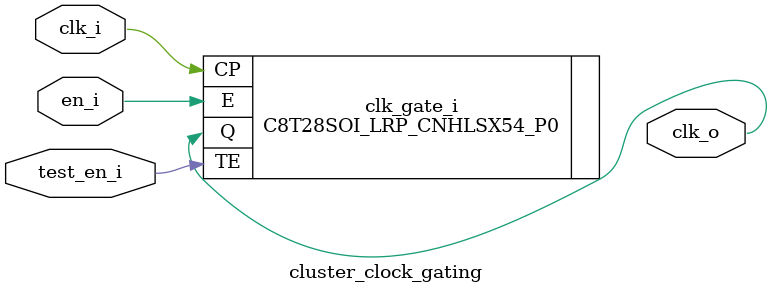
<source format=sv>

`include "ulpsoc_defines.sv"

module cluster_clock_gating
(
   input  logic clk_i,
   input  logic en_i,
   input  logic test_en_i,
   output logic clk_o
);  
   
   C8T28SOI_LRP_CNHLSX54_P0
     clk_gate_i (
		 .Q(clk_o),
		 .CP(clk_i),
		 .E(en_i),
		 .TE(test_en_i)
		 );
   
endmodule

</source>
